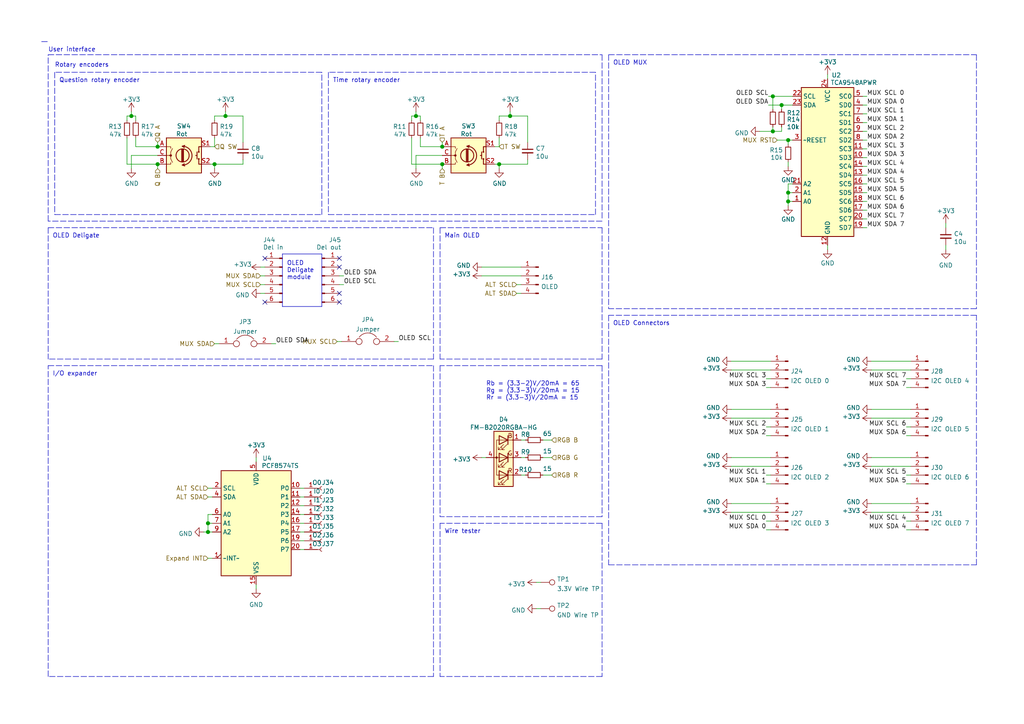
<source format=kicad_sch>
(kicad_sch (version 20210621) (generator eeschema)
  (paper "A4")
  (lib_symbols
    (symbol "Connector:Conn_01x01_Female" (pin_names (offset 1.016) hide)
      (property "Reference" "J" (at 0 2.54 0))
      (property "Value" "Conn_01x01_Female" (at 0 -2.54 0))
      (symbol "Conn_01x01_Female_1_1"
        (arc (start 0 0.508) (end 0 -0.508) (radius (at 0 0) (length 0.508) (angles 90.1 -90.1)) (stroke (width 0.1524)))
        (polyline (pts (xy -1.27 0) (xy -0.508 0)) (stroke (width 0.1524)))
        (pin passive line (at -5.08 0 0) (length 3.81) (name "Pin_1") (number "1"))
      )
    )
    (symbol "Connector:Conn_01x04_Male" (pin_names (offset 1.016) hide)
      (property "Reference" "J" (at 0 5.08 0))
      (property "Value" "Conn_01x04_Male" (at 0 -7.62 0))
      (symbol "Conn_01x04_Male_1_1"
        (rectangle (start 0.8636 -4.953) (end 0 -5.207) (stroke (width 0.1524)) (fill (type outline)))
        (rectangle (start 0.8636 -2.413) (end 0 -2.667) (stroke (width 0.1524)) (fill (type outline)))
        (rectangle (start 0.8636 0.127) (end 0 -0.127) (stroke (width 0.1524)) (fill (type outline)))
        (rectangle (start 0.8636 2.667) (end 0 2.413) (stroke (width 0.1524)) (fill (type outline)))
        (polyline (pts (xy 1.27 -5.08) (xy 0.8636 -5.08)) (stroke (width 0.1524)))
        (polyline (pts (xy 1.27 -2.54) (xy 0.8636 -2.54)) (stroke (width 0.1524)))
        (polyline (pts (xy 1.27 0) (xy 0.8636 0)) (stroke (width 0.1524)))
        (polyline (pts (xy 1.27 2.54) (xy 0.8636 2.54)) (stroke (width 0.1524)))
        (pin passive line (at 5.08 2.54 180) (length 3.81) (name "Pin_1") (number "1"))
        (pin passive line (at 5.08 0 180) (length 3.81) (name "Pin_2") (number "2"))
        (pin passive line (at 5.08 -2.54 180) (length 3.81) (name "Pin_3") (number "3"))
        (pin passive line (at 5.08 -5.08 180) (length 3.81) (name "Pin_4") (number "4"))
      )
    )
    (symbol "Connector:Conn_01x06_Male" (pin_names (offset 1.016) hide)
      (property "Reference" "J" (at 0 7.62 0))
      (property "Value" "Conn_01x06_Male" (at 0 -10.16 0))
      (symbol "Conn_01x06_Male_1_1"
        (rectangle (start 0.8636 -7.493) (end 0 -7.747) (stroke (width 0.1524)) (fill (type outline)))
        (rectangle (start 0.8636 -4.953) (end 0 -5.207) (stroke (width 0.1524)) (fill (type outline)))
        (rectangle (start 0.8636 -2.413) (end 0 -2.667) (stroke (width 0.1524)) (fill (type outline)))
        (rectangle (start 0.8636 0.127) (end 0 -0.127) (stroke (width 0.1524)) (fill (type outline)))
        (rectangle (start 0.8636 2.667) (end 0 2.413) (stroke (width 0.1524)) (fill (type outline)))
        (rectangle (start 0.8636 5.207) (end 0 4.953) (stroke (width 0.1524)) (fill (type outline)))
        (polyline (pts (xy 1.27 -7.62) (xy 0.8636 -7.62)) (stroke (width 0.1524)))
        (polyline (pts (xy 1.27 -5.08) (xy 0.8636 -5.08)) (stroke (width 0.1524)))
        (polyline (pts (xy 1.27 -2.54) (xy 0.8636 -2.54)) (stroke (width 0.1524)))
        (polyline (pts (xy 1.27 0) (xy 0.8636 0)) (stroke (width 0.1524)))
        (polyline (pts (xy 1.27 2.54) (xy 0.8636 2.54)) (stroke (width 0.1524)))
        (polyline (pts (xy 1.27 5.08) (xy 0.8636 5.08)) (stroke (width 0.1524)))
        (pin passive line (at 5.08 5.08 180) (length 3.81) (name "Pin_1") (number "1"))
        (pin passive line (at 5.08 2.54 180) (length 3.81) (name "Pin_2") (number "2"))
        (pin passive line (at 5.08 0 180) (length 3.81) (name "Pin_3") (number "3"))
        (pin passive line (at 5.08 -2.54 180) (length 3.81) (name "Pin_4") (number "4"))
        (pin passive line (at 5.08 -5.08 180) (length 3.81) (name "Pin_5") (number "5"))
        (pin passive line (at 5.08 -7.62 180) (length 3.81) (name "Pin_6") (number "6"))
      )
    )
    (symbol "Connector:TestPoint" (pin_numbers hide) (pin_names (offset 0.762) hide)
      (property "Reference" "TP" (at 0 6.858 0))
      (property "Value" "TestPoint" (at 0 5.08 0))
      (symbol "TestPoint_0_1"
        (circle (center 0 3.302) (radius 0.762))
      )
      (symbol "TestPoint_1_1"
        (pin passive line (at 0 0 90) (length 2.54) (name "1") (number "1"))
      )
    )
    (symbol "Device:C_Small" (pin_numbers hide) (pin_names (offset 0.254) hide)
      (property "Reference" "C" (at 0.254 1.778 0))
      (property "Value" "C_Small" (at 0.254 -2.032 0))
      (symbol "C_Small_0_1"
        (polyline (pts (xy -1.524 -0.508) (xy 1.524 -0.508)) (stroke (width 0.3302)))
        (polyline (pts (xy -1.524 0.508) (xy 1.524 0.508)) (stroke (width 0.3048)))
      )
      (symbol "C_Small_1_1"
        (pin passive line (at 0 2.54 270) (length 2.032) (name "~") (number "1"))
        (pin passive line (at 0 -2.54 90) (length 2.032) (name "~") (number "2"))
      )
    )
    (symbol "Device:Jumper" (pin_names (offset 0.762) hide)
      (property "Reference" "JP" (at 0 3.81 0))
      (property "Value" "Jumper" (at 0 -2.032 0))
      (symbol "Jumper_0_1"
        (arc (start -2.4892 1.27) (end 2.5146 1.27) (radius (at 0 -0.6604) (length 3.175) (angles 142.6 37.3)))
        (circle (center -2.54 0) (radius 0.889))
        (circle (center 2.54 0) (radius 0.889))
        (pin passive line (at -7.62 0 0) (length 4.191) (name "1") (number "1"))
        (pin passive line (at 7.62 0 180) (length 4.191) (name "2") (number "2"))
      )
    )
    (symbol "Device:LED_BRGA" (pin_names (offset 0) hide)
      (property "Reference" "D" (at 0 9.398 0))
      (property "Value" "LED_BRGA" (at 0 -8.89 0))
      (symbol "LED_BRGA_0_0"
        (text "B" (at -1.905 -6.35 0) (effects (font (size 1.27 1.27))))
        (text "G" (at -1.905 -1.27 0) (effects (font (size 1.27 1.27))))
        (text "R" (at -1.905 3.81 0) (effects (font (size 1.27 1.27))))
      )
      (symbol "LED_BRGA_0_1"
        (circle (center 2.032 0) (radius 0.254) (fill (type outline)))
        (rectangle (start 1.27 -1.27) (end 1.27 1.27))
        (rectangle (start 1.27 1.27) (end 1.27 1.27))
        (rectangle (start 1.27 3.81) (end 1.27 6.35))
        (rectangle (start 1.27 6.35) (end 1.27 6.35))
        (rectangle (start 2.794 8.382) (end -2.794 -7.62) (stroke (width 0.254)) (fill (type background)))
        (polyline (pts (xy -1.27 -5.08) (xy -2.54 -5.08)))
        (polyline (pts (xy -1.27 -5.08) (xy 1.27 -5.08)))
        (polyline (pts (xy -1.27 -3.81) (xy -1.27 -6.35)) (stroke (width 0.254)))
        (polyline (pts (xy -1.27 0) (xy -2.54 0)))
        (polyline (pts (xy -1.27 1.27) (xy -1.27 -1.27)) (stroke (width 0.254)))
        (polyline (pts (xy -1.27 5.08) (xy -2.54 5.08)))
        (polyline (pts (xy -1.27 5.08) (xy 1.27 5.08)))
        (polyline (pts (xy -1.27 6.35) (xy -1.27 3.81)) (stroke (width 0.254)))
        (polyline (pts (xy 1.27 0) (xy -1.27 0)))
        (polyline (pts (xy 1.27 0) (xy 2.54 0)))
        (polyline (pts (xy -1.27 1.27) (xy -1.27 -1.27) (xy -1.27 -1.27)))
        (polyline (pts (xy -1.27 6.35) (xy -1.27 3.81) (xy -1.27 3.81)))
        (polyline (pts (xy 1.27 -5.08) (xy 2.032 -5.08) (xy 2.032 5.08) (xy 1.27 5.08)))
        (polyline (pts (xy 1.27 -3.81) (xy 1.27 -6.35) (xy -1.27 -5.08) (xy 1.27 -3.81)) (stroke (width 0.254)))
        (polyline (pts (xy 1.27 1.27) (xy 1.27 -1.27) (xy -1.27 0) (xy 1.27 1.27)) (stroke (width 0.254)))
        (polyline (pts (xy 1.27 6.35) (xy 1.27 3.81) (xy -1.27 5.08) (xy 1.27 6.35)) (stroke (width 0.254)))
        (polyline (pts (xy -1.016 -3.81) (xy 0.508 -2.286) (xy -0.254 -2.286) (xy 0.508 -2.286) (xy 0.508 -3.048)))
        (polyline (pts (xy -1.016 1.27) (xy 0.508 2.794) (xy -0.254 2.794) (xy 0.508 2.794) (xy 0.508 2.032)))
        (polyline (pts (xy -1.016 6.35) (xy 0.508 7.874) (xy -0.254 7.874) (xy 0.508 7.874) (xy 0.508 7.112)))
        (polyline (pts (xy 0 -3.81) (xy 1.524 -2.286) (xy 0.762 -2.286) (xy 1.524 -2.286) (xy 1.524 -3.048)))
        (polyline (pts (xy 0 1.27) (xy 1.524 2.794) (xy 0.762 2.794) (xy 1.524 2.794) (xy 1.524 2.032)))
        (polyline (pts (xy 0 6.35) (xy 1.524 7.874) (xy 0.762 7.874) (xy 1.524 7.874) (xy 1.524 7.112)))
      )
      (symbol "LED_BRGA_1_1"
        (pin passive line (at -5.08 -5.08 0) (length 2.54) (name "BK") (number "1"))
        (pin passive line (at -5.08 5.08 0) (length 2.54) (name "RK") (number "2"))
        (pin passive line (at -5.08 0 0) (length 2.54) (name "GK") (number "3"))
        (pin passive line (at 5.08 0 180) (length 2.54) (name "A") (number "4"))
      )
    )
    (symbol "Device:R_Small" (pin_numbers hide) (pin_names (offset 0.254) hide)
      (property "Reference" "R" (at 0.762 0.508 0))
      (property "Value" "R_Small" (at 0.762 -1.016 0))
      (symbol "R_Small_0_1"
        (rectangle (start -0.762 1.778) (end 0.762 -1.778) (stroke (width 0.2032)))
      )
      (symbol "R_Small_1_1"
        (pin passive line (at 0 2.54 270) (length 0.762) (name "~") (number "1"))
        (pin passive line (at 0 -2.54 90) (length 0.762) (name "~") (number "2"))
      )
    )
    (symbol "Device:Rotary_Encoder_Switch" (pin_names (offset 0.254) hide)
      (property "Reference" "SW" (at 0 6.604 0))
      (property "Value" "Rotary_Encoder_Switch" (at 0 -6.604 0))
      (symbol "Rotary_Encoder_Switch_0_1"
        (arc (start -0.381 -2.794) (end -0.381 2.667) (radius (at -0.381 -0.0508) (length 2.7432) (angles -89.9 89.9)) (stroke (width 0.254)))
        (circle (center -0.381 0) (radius 1.905) (stroke (width 0.254)))
        (circle (center 4.318 -1.016) (radius 0.127) (stroke (width 0.254)))
        (circle (center 4.318 1.016) (radius 0.127) (stroke (width 0.254)))
        (circle (center -3.81 0) (radius 0.254) (fill (type outline)))
        (rectangle (start -5.08 5.08) (end 5.08 -5.08) (stroke (width 0.254)) (fill (type background)))
        (polyline (pts (xy -0.635 -1.778) (xy -0.635 1.778)) (stroke (width 0.254)))
        (polyline (pts (xy -0.381 -1.778) (xy -0.381 1.778)) (stroke (width 0.254)))
        (polyline (pts (xy -0.127 1.778) (xy -0.127 -1.778)) (stroke (width 0.254)))
        (polyline (pts (xy 3.81 0) (xy 3.429 0)) (stroke (width 0.254)))
        (polyline (pts (xy 3.81 1.016) (xy 3.81 -1.016)) (stroke (width 0.254)))
        (polyline (pts (xy -5.08 -2.54) (xy -3.81 -2.54) (xy -3.81 -2.032)))
        (polyline (pts (xy -5.08 2.54) (xy -3.81 2.54) (xy -3.81 2.032)))
        (polyline (pts (xy 0.254 -3.048) (xy -0.508 -2.794) (xy 0.127 -2.413)) (stroke (width 0.254)))
        (polyline (pts (xy 0.254 2.921) (xy -0.508 2.667) (xy 0.127 2.286)) (stroke (width 0.254)))
        (polyline (pts (xy 5.08 -2.54) (xy 4.318 -2.54) (xy 4.318 -1.016)) (stroke (width 0.254)))
        (polyline (pts (xy 5.08 2.54) (xy 4.318 2.54) (xy 4.318 1.016)) (stroke (width 0.254)))
        (polyline (pts (xy -5.08 0) (xy -3.81 0) (xy -3.81 -1.016) (xy -3.302 -2.032)))
        (polyline (pts (xy -4.318 0) (xy -3.81 0) (xy -3.81 1.016) (xy -3.302 2.032)))
      )
      (symbol "Rotary_Encoder_Switch_1_1"
        (pin passive line (at -7.62 2.54 0) (length 2.54) (name "A") (number "A"))
        (pin passive line (at -7.62 -2.54 0) (length 2.54) (name "B") (number "B"))
        (pin passive line (at -7.62 0 0) (length 2.54) (name "C") (number "C"))
        (pin passive line (at 7.62 2.54 180) (length 2.54) (name "S1") (number "S1"))
        (pin passive line (at 7.62 -2.54 180) (length 2.54) (name "S2") (number "S2"))
      )
    )
    (symbol "Interface_Expansion:PCF8574TS"
      (property "Reference" "U" (at -8.89 16.51 0))
      (property "Value" "PCF8574TS" (at 3.81 16.51 0))
      (symbol "PCF8574TS_0_1"
        (rectangle (start -10.16 15.24) (end 10.16 -15.24) (stroke (width 0.254)) (fill (type background)))
      )
      (symbol "PCF8574TS_1_1"
        (pin open_collector output_low (at -12.7 -10.16 0) (length 2.54) (name "~INT~") (number "1"))
        (pin bidirectional line (at 12.7 10.16 180) (length 2.54) (name "P0") (number "10"))
        (pin bidirectional line (at 12.7 7.62 180) (length 2.54) (name "P1") (number "11"))
        (pin bidirectional line (at 12.7 5.08 180) (length 2.54) (name "P2") (number "12"))
        (pin no_connect line (at -10.16 -5.08 0) (length 2.54) hide (name "NC") (number "13"))
        (pin bidirectional line (at 12.7 2.54 180) (length 2.54) (name "P3") (number "14"))
        (pin power_in line (at 0 -17.78 90) (length 2.54) (name "VSS") (number "15"))
        (pin bidirectional line (at 12.7 0 180) (length 2.54) (name "P4") (number "16"))
        (pin bidirectional line (at 12.7 -2.54 180) (length 2.54) (name "P5") (number "17"))
        (pin no_connect line (at -10.16 -7.62 0) (length 2.54) hide (name "NC") (number "18"))
        (pin bidirectional line (at 12.7 -5.08 180) (length 2.54) (name "P6") (number "19"))
        (pin input line (at -12.7 10.16 0) (length 2.54) (name "SCL") (number "2"))
        (pin bidirectional line (at 12.7 -7.62 180) (length 2.54) (name "P7") (number "20"))
        (pin no_connect line (at 10.16 -10.16 180) (length 2.54) hide (name "NC") (number "3"))
        (pin bidirectional line (at -12.7 7.62 0) (length 2.54) (name "SDA") (number "4"))
        (pin power_in line (at 0 17.78 270) (length 2.54) (name "VDD") (number "5"))
        (pin input line (at -12.7 2.54 0) (length 2.54) (name "A0") (number "6"))
        (pin input line (at -12.7 0 0) (length 2.54) (name "A1") (number "7"))
        (pin no_connect line (at 10.16 -12.7 180) (length 2.54) hide (name "NC") (number "8"))
        (pin input line (at -12.7 -2.54 0) (length 2.54) (name "A2") (number "9"))
      )
    )
    (symbol "Interface_Expansion:TCA9548APWR"
      (property "Reference" "U" (at -7.62 21.59 0))
      (property "Value" "TCA9548APWR" (at 1.016 21.59 0))
      (symbol "TCA9548APWR_0_1"
        (rectangle (start -7.62 20.32) (end 7.62 -22.86) (stroke (width 0.254)) (fill (type background)))
      )
      (symbol "TCA9548APWR_1_1"
        (pin input line (at -10.16 -12.7 0) (length 2.54) (name "A0") (number "1"))
        (pin bidirectional line (at 10.16 0 180) (length 2.54) (name "SD3") (number "10"))
        (pin output line (at 10.16 2.54 180) (length 2.54) (name "SC3") (number "11"))
        (pin power_in line (at 0 -25.4 90) (length 2.54) (name "GND") (number "12"))
        (pin bidirectional line (at 10.16 -5.08 180) (length 2.54) (name "SD4") (number "13"))
        (pin output line (at 10.16 -2.54 180) (length 2.54) (name "SC4") (number "14"))
        (pin bidirectional line (at 10.16 -10.16 180) (length 2.54) (name "SD5") (number "15"))
        (pin output line (at 10.16 -7.62 180) (length 2.54) (name "SC5") (number "16"))
        (pin bidirectional line (at 10.16 -15.24 180) (length 2.54) (name "SD6") (number "17"))
        (pin output line (at 10.16 -12.7 180) (length 2.54) (name "SC6") (number "18"))
        (pin bidirectional line (at 10.16 -20.32 180) (length 2.54) (name "SD7") (number "19"))
        (pin input line (at -10.16 -10.16 0) (length 2.54) (name "A1") (number "2"))
        (pin output line (at 10.16 -17.78 180) (length 2.54) (name "SC7") (number "20"))
        (pin input line (at -10.16 -7.62 0) (length 2.54) (name "A2") (number "21"))
        (pin input line (at -10.16 17.78 0) (length 2.54) (name "SCL") (number "22"))
        (pin bidirectional line (at -10.16 15.24 0) (length 2.54) (name "SDA") (number "23"))
        (pin power_in line (at 0 22.86 270) (length 2.54) (name "VCC") (number "24"))
        (pin input line (at -10.16 5.08 0) (length 2.54) (name "~RESET") (number "3"))
        (pin bidirectional line (at 10.16 15.24 180) (length 2.54) (name "SD0") (number "4"))
        (pin output line (at 10.16 17.78 180) (length 2.54) (name "SC0") (number "5"))
        (pin bidirectional line (at 10.16 10.16 180) (length 2.54) (name "SD1") (number "6"))
        (pin output line (at 10.16 12.7 180) (length 2.54) (name "SC1") (number "7"))
        (pin bidirectional line (at 10.16 5.08 180) (length 2.54) (name "SD2") (number "8"))
        (pin output line (at 10.16 7.62 180) (length 2.54) (name "SC2") (number "9"))
      )
    )
    (symbol "power:+3.3V" (power) (pin_names (offset 0))
      (property "Value" "+3.3V" (at 0 3.556 0))
      (symbol "+3.3V_0_1"
        (polyline (pts (xy -0.762 1.27) (xy 0 2.54)))
        (polyline (pts (xy 0 0) (xy 0 2.54)))
        (polyline (pts (xy 0 2.54) (xy 0.762 1.27)))
      )
      (symbol "+3.3V_1_1"
        (pin power_in line (at 0 0 90) (length 0) hide (name "+3V3") (number "1"))
      )
    )
    (symbol "power:GND" (power) (pin_names (offset 0))
      (property "Value" "GND" (at 0 -3.81 0))
      (symbol "GND_0_1"
        (polyline (pts (xy 0 0) (xy 0 -1.27) (xy 1.27 -1.27) (xy 0 -2.54) (xy -1.27 -1.27) (xy 0 -1.27)))
      )
      (symbol "GND_1_1"
        (pin power_in line (at 0 0 270) (length 0) hide (name "GND") (number "1"))
      )
    )
  )
  (junction (at 38.1 33.655) (diameter 1.016))
  (junction (at 45.72 42.545) (diameter 1.016))
  (junction (at 45.72 47.625) (diameter 1.016))
  (junction (at 60.325 151.765) (diameter 1.016))
  (junction (at 60.325 154.305) (diameter 1.016))
  (junction (at 62.23 47.625) (diameter 1.016))
  (junction (at 65.405 33.655) (diameter 1.016))
  (junction (at 120.65 33.655) (diameter 1.016))
  (junction (at 128.27 42.545) (diameter 1.016))
  (junction (at 128.27 47.625) (diameter 1.016))
  (junction (at 144.78 47.625) (diameter 1.016))
  (junction (at 147.955 33.655) (diameter 1.016))
  (junction (at 224.155 27.94) (diameter 1.016))
  (junction (at 224.155 38.1) (diameter 1.016))
  (junction (at 226.695 30.48) (diameter 1.016))
  (junction (at 228.6 40.64) (diameter 1.016))
  (junction (at 228.6 55.88) (diameter 1.016))
  (junction (at 228.6 58.42) (diameter 1.016))
  (no_connect (at 76.835 74.93))
  (no_connect (at 76.835 87.63))
  (no_connect (at 98.425 74.93))
  (no_connect (at 98.425 77.47))
  (no_connect (at 98.425 85.09))
  (no_connect (at 98.425 87.63))
  (wire (pts (xy 36.83 33.655) (xy 38.1 33.655)))
  (wire (pts (xy 36.83 34.925) (xy 36.83 33.655)))
  (wire (pts (xy 36.83 47.625) (xy 36.83 40.005)))
  (wire (pts (xy 38.1 32.385) (xy 38.1 33.655)))
  (wire (pts (xy 38.1 33.655) (xy 39.37 33.655)))
  (wire (pts (xy 38.1 45.085) (xy 38.1 48.895)))
  (wire (pts (xy 39.37 33.655) (xy 39.37 34.925)))
  (wire (pts (xy 39.37 42.545) (xy 39.37 40.005)))
  (wire (pts (xy 45.72 41.275) (xy 45.72 42.545)))
  (wire (pts (xy 45.72 42.545) (xy 39.37 42.545)))
  (wire (pts (xy 45.72 45.085) (xy 38.1 45.085)))
  (wire (pts (xy 45.72 47.625) (xy 36.83 47.625)))
  (wire (pts (xy 45.72 47.625) (xy 45.72 48.895)))
  (wire (pts (xy 60.325 141.605) (xy 61.595 141.605)))
  (wire (pts (xy 60.325 144.145) (xy 61.595 144.145)))
  (wire (pts (xy 60.325 149.225) (xy 60.325 151.765)))
  (wire (pts (xy 60.325 151.765) (xy 60.325 154.305)))
  (wire (pts (xy 60.325 151.765) (xy 61.595 151.765)))
  (wire (pts (xy 60.325 154.305) (xy 59.055 154.305)))
  (wire (pts (xy 60.325 154.305) (xy 61.595 154.305)))
  (wire (pts (xy 60.325 161.925) (xy 61.595 161.925)))
  (wire (pts (xy 60.96 42.545) (xy 62.23 42.545)))
  (wire (pts (xy 60.96 47.625) (xy 62.23 47.625)))
  (wire (pts (xy 61.595 149.225) (xy 60.325 149.225)))
  (wire (pts (xy 62.23 33.655) (xy 62.23 34.925)))
  (wire (pts (xy 62.23 40.005) (xy 62.23 42.545)))
  (wire (pts (xy 62.23 47.625) (xy 62.23 48.895)))
  (wire (pts (xy 62.23 47.625) (xy 70.485 47.625)))
  (wire (pts (xy 62.23 99.695) (xy 63.5 99.695)))
  (wire (pts (xy 65.405 32.385) (xy 65.405 33.655)))
  (wire (pts (xy 65.405 33.655) (xy 62.23 33.655)))
  (wire (pts (xy 70.485 33.655) (xy 65.405 33.655)))
  (wire (pts (xy 70.485 33.655) (xy 70.485 41.275)))
  (wire (pts (xy 70.485 47.625) (xy 70.485 46.355)))
  (wire (pts (xy 74.295 132.715) (xy 74.295 133.985)))
  (wire (pts (xy 74.295 169.545) (xy 74.295 170.815)))
  (wire (pts (xy 75.565 77.47) (xy 76.835 77.47)))
  (wire (pts (xy 75.565 80.01) (xy 76.835 80.01)))
  (wire (pts (xy 75.565 82.55) (xy 76.835 82.55)))
  (wire (pts (xy 75.565 85.09) (xy 76.835 85.09)))
  (wire (pts (xy 78.74 99.695) (xy 80.01 99.695)))
  (wire (pts (xy 86.995 141.605) (xy 88.265 141.605)))
  (wire (pts (xy 86.995 144.145) (xy 88.265 144.145)))
  (wire (pts (xy 86.995 146.685) (xy 88.265 146.685)))
  (wire (pts (xy 86.995 149.225) (xy 88.265 149.225)))
  (wire (pts (xy 86.995 151.765) (xy 88.265 151.765)))
  (wire (pts (xy 86.995 154.305) (xy 88.265 154.305)))
  (wire (pts (xy 86.995 156.845) (xy 88.265 156.845)))
  (wire (pts (xy 86.995 159.385) (xy 88.265 159.385)))
  (wire (pts (xy 97.79 99.06) (xy 99.06 99.06)))
  (wire (pts (xy 98.425 80.01) (xy 99.695 80.01)))
  (wire (pts (xy 98.425 82.55) (xy 99.695 82.55)))
  (wire (pts (xy 114.3 99.06) (xy 115.57 99.06)))
  (wire (pts (xy 119.38 33.655) (xy 120.65 33.655)))
  (wire (pts (xy 119.38 34.925) (xy 119.38 33.655)))
  (wire (pts (xy 119.38 47.625) (xy 119.38 40.005)))
  (wire (pts (xy 120.65 32.385) (xy 120.65 33.655)))
  (wire (pts (xy 120.65 33.655) (xy 121.92 33.655)))
  (wire (pts (xy 120.65 45.085) (xy 120.65 48.895)))
  (wire (pts (xy 121.92 33.655) (xy 121.92 34.925)))
  (wire (pts (xy 121.92 42.545) (xy 121.92 40.005)))
  (wire (pts (xy 128.27 41.275) (xy 128.27 42.545)))
  (wire (pts (xy 128.27 42.545) (xy 121.92 42.545)))
  (wire (pts (xy 128.27 45.085) (xy 120.65 45.085)))
  (wire (pts (xy 128.27 47.625) (xy 119.38 47.625)))
  (wire (pts (xy 128.27 47.625) (xy 128.27 48.895)))
  (wire (pts (xy 139.7 77.47) (xy 151.13 77.47)))
  (wire (pts (xy 139.7 80.01) (xy 151.13 80.01)))
  (wire (pts (xy 139.7 132.715) (xy 140.97 132.715)))
  (wire (pts (xy 143.51 42.545) (xy 144.78 42.545)))
  (wire (pts (xy 143.51 47.625) (xy 144.78 47.625)))
  (wire (pts (xy 144.78 33.655) (xy 144.78 34.925)))
  (wire (pts (xy 144.78 40.005) (xy 144.78 42.545)))
  (wire (pts (xy 144.78 47.625) (xy 144.78 48.895)))
  (wire (pts (xy 144.78 47.625) (xy 153.035 47.625)))
  (wire (pts (xy 147.955 32.385) (xy 147.955 33.655)))
  (wire (pts (xy 147.955 33.655) (xy 144.78 33.655)))
  (wire (pts (xy 149.86 82.55) (xy 151.13 82.55)))
  (wire (pts (xy 149.86 85.09) (xy 151.13 85.09)))
  (wire (pts (xy 151.13 127.635) (xy 152.4 127.635)))
  (wire (pts (xy 151.13 132.715) (xy 152.4 132.715)))
  (wire (pts (xy 151.13 137.795) (xy 152.4 137.795)))
  (wire (pts (xy 153.035 33.655) (xy 147.955 33.655)))
  (wire (pts (xy 153.035 33.655) (xy 153.035 41.275)))
  (wire (pts (xy 153.035 47.625) (xy 153.035 46.355)))
  (wire (pts (xy 155.575 176.53) (xy 156.845 176.53)))
  (wire (pts (xy 156.845 168.91) (xy 155.575 168.91)))
  (wire (pts (xy 157.48 127.635) (xy 160.02 127.635)))
  (wire (pts (xy 157.48 132.715) (xy 160.02 132.715)))
  (wire (pts (xy 157.48 137.795) (xy 160.02 137.795)))
  (wire (pts (xy 212.09 104.775) (xy 223.52 104.775)))
  (wire (pts (xy 212.09 107.315) (xy 223.52 107.315)))
  (wire (pts (xy 212.09 118.745) (xy 223.52 118.745)))
  (wire (pts (xy 212.09 121.285) (xy 223.52 121.285)))
  (wire (pts (xy 212.09 132.715) (xy 223.52 132.715)))
  (wire (pts (xy 212.09 135.255) (xy 223.52 135.255)))
  (wire (pts (xy 212.09 146.05) (xy 223.52 146.05)))
  (wire (pts (xy 212.09 148.59) (xy 223.52 148.59)))
  (wire (pts (xy 220.345 38.1) (xy 224.155 38.1)))
  (wire (pts (xy 222.25 109.855) (xy 223.52 109.855)))
  (wire (pts (xy 222.25 112.395) (xy 223.52 112.395)))
  (wire (pts (xy 222.25 123.825) (xy 223.52 123.825)))
  (wire (pts (xy 222.25 126.365) (xy 223.52 126.365)))
  (wire (pts (xy 222.25 137.795) (xy 223.52 137.795)))
  (wire (pts (xy 222.25 140.335) (xy 223.52 140.335)))
  (wire (pts (xy 222.25 151.13) (xy 223.52 151.13)))
  (wire (pts (xy 222.25 153.67) (xy 223.52 153.67)))
  (wire (pts (xy 222.885 27.94) (xy 224.155 27.94)))
  (wire (pts (xy 222.885 30.48) (xy 226.695 30.48)))
  (wire (pts (xy 224.155 27.94) (xy 224.155 31.75)))
  (wire (pts (xy 224.155 27.94) (xy 229.87 27.94)))
  (wire (pts (xy 224.155 36.83) (xy 224.155 38.1)))
  (wire (pts (xy 224.155 38.1) (xy 226.695 38.1)))
  (wire (pts (xy 225.425 40.64) (xy 228.6 40.64)))
  (wire (pts (xy 226.695 30.48) (xy 226.695 31.75)))
  (wire (pts (xy 226.695 30.48) (xy 229.87 30.48)))
  (wire (pts (xy 226.695 38.1) (xy 226.695 36.83)))
  (wire (pts (xy 228.6 40.64) (xy 228.6 41.91)))
  (wire (pts (xy 228.6 40.64) (xy 229.87 40.64)))
  (wire (pts (xy 228.6 46.99) (xy 228.6 48.26)))
  (wire (pts (xy 228.6 53.34) (xy 228.6 55.88)))
  (wire (pts (xy 228.6 55.88) (xy 228.6 58.42)))
  (wire (pts (xy 228.6 55.88) (xy 229.87 55.88)))
  (wire (pts (xy 228.6 58.42) (xy 228.6 59.69)))
  (wire (pts (xy 228.6 58.42) (xy 229.87 58.42)))
  (wire (pts (xy 229.87 53.34) (xy 228.6 53.34)))
  (wire (pts (xy 240.03 21.59) (xy 240.03 22.86)))
  (wire (pts (xy 240.03 71.12) (xy 240.03 72.39)))
  (wire (pts (xy 250.19 38.1) (xy 251.46 38.1)))
  (wire (pts (xy 250.19 40.64) (xy 251.46 40.64)))
  (wire (pts (xy 250.19 43.18) (xy 251.46 43.18)))
  (wire (pts (xy 250.19 45.72) (xy 251.46 45.72)))
  (wire (pts (xy 250.19 48.26) (xy 251.46 48.26)))
  (wire (pts (xy 250.19 50.8) (xy 251.46 50.8)))
  (wire (pts (xy 250.19 53.34) (xy 251.46 53.34)))
  (wire (pts (xy 250.19 55.88) (xy 251.46 55.88)))
  (wire (pts (xy 250.19 58.42) (xy 251.46 58.42)))
  (wire (pts (xy 250.19 60.96) (xy 251.46 60.96)))
  (wire (pts (xy 250.19 63.5) (xy 251.46 63.5)))
  (wire (pts (xy 250.19 66.04) (xy 251.46 66.04)))
  (wire (pts (xy 251.46 27.94) (xy 250.19 27.94)))
  (wire (pts (xy 251.46 30.48) (xy 250.19 30.48)))
  (wire (pts (xy 251.46 33.02) (xy 250.19 33.02)))
  (wire (pts (xy 251.46 35.56) (xy 250.19 35.56)))
  (wire (pts (xy 252.73 104.775) (xy 264.16 104.775)))
  (wire (pts (xy 252.73 107.315) (xy 264.16 107.315)))
  (wire (pts (xy 252.73 118.745) (xy 264.16 118.745)))
  (wire (pts (xy 252.73 121.285) (xy 264.16 121.285)))
  (wire (pts (xy 252.73 132.715) (xy 264.16 132.715)))
  (wire (pts (xy 252.73 135.255) (xy 264.16 135.255)))
  (wire (pts (xy 252.73 146.05) (xy 264.16 146.05)))
  (wire (pts (xy 252.73 148.59) (xy 264.16 148.59)))
  (wire (pts (xy 262.89 109.855) (xy 264.16 109.855)))
  (wire (pts (xy 262.89 112.395) (xy 264.16 112.395)))
  (wire (pts (xy 262.89 123.825) (xy 264.16 123.825)))
  (wire (pts (xy 262.89 126.365) (xy 264.16 126.365)))
  (wire (pts (xy 262.89 137.795) (xy 264.16 137.795)))
  (wire (pts (xy 262.89 140.335) (xy 264.16 140.335)))
  (wire (pts (xy 262.89 151.13) (xy 264.16 151.13)))
  (wire (pts (xy 262.89 153.67) (xy 264.16 153.67)))
  (wire (pts (xy 274.32 64.77) (xy 274.32 66.04)))
  (wire (pts (xy 274.32 71.12) (xy 274.32 72.39)))
  (polyline (pts (xy 12.065 12.065) (xy 13.97 12.065)) (stroke (width 0) (type dash)))
  (polyline (pts (xy 13.97 15.875) (xy 174.625 15.875)) (stroke (width 0) (type dash)))
  (polyline (pts (xy 13.97 64.135) (xy 13.97 15.875)) (stroke (width 0) (type dash)))
  (polyline (pts (xy 13.97 66.04) (xy 13.97 104.14)) (stroke (width 0) (type dash)))
  (polyline (pts (xy 13.97 66.04) (xy 125.73 66.04)) (stroke (width 0) (type dash)))
  (polyline (pts (xy 13.97 106.045) (xy 125.73 106.045)) (stroke (width 0) (type dash)))
  (polyline (pts (xy 13.97 196.215) (xy 13.97 106.045)) (stroke (width 0) (type dash)))
  (polyline (pts (xy 15.875 20.955) (xy 15.875 62.23)) (stroke (width 0) (type dash)))
  (polyline (pts (xy 15.875 62.23) (xy 93.345 62.23)) (stroke (width 0) (type dash)))
  (polyline (pts (xy 81.915 73.66) (xy 81.915 88.9)) (stroke (width 0) (type solid)))
  (polyline (pts (xy 81.915 73.66) (xy 93.345 73.66)) (stroke (width 0) (type solid)))
  (polyline (pts (xy 81.915 88.9) (xy 93.345 88.9)) (stroke (width 0) (type solid)))
  (polyline (pts (xy 93.345 20.955) (xy 15.875 20.955)) (stroke (width 0) (type dash)))
  (polyline (pts (xy 93.345 62.23) (xy 93.345 20.955)) (stroke (width 0) (type dash)))
  (polyline (pts (xy 93.345 88.9) (xy 93.345 73.66)) (stroke (width 0) (type solid)))
  (polyline (pts (xy 95.25 20.955) (xy 95.25 62.23)) (stroke (width 0) (type dash)))
  (polyline (pts (xy 95.25 62.23) (xy 172.72 62.23)) (stroke (width 0) (type dash)))
  (polyline (pts (xy 125.73 66.04) (xy 125.73 104.14)) (stroke (width 0) (type dash)))
  (polyline (pts (xy 125.73 104.14) (xy 13.97 104.14)) (stroke (width 0) (type dash)))
  (polyline (pts (xy 125.73 106.045) (xy 125.73 196.215)) (stroke (width 0) (type dash)))
  (polyline (pts (xy 125.73 196.215) (xy 13.97 196.215)) (stroke (width 0) (type dash)))
  (polyline (pts (xy 127.635 66.04) (xy 127.635 104.14)) (stroke (width 0) (type dash)))
  (polyline (pts (xy 127.635 66.04) (xy 174.625 66.04)) (stroke (width 0) (type dash)))
  (polyline (pts (xy 127.635 106.045) (xy 127.635 149.86)) (stroke (width 0) (type dash)))
  (polyline (pts (xy 127.635 151.765) (xy 127.635 196.215)) (stroke (width 0) (type dash)))
  (polyline (pts (xy 172.72 20.955) (xy 95.25 20.955)) (stroke (width 0) (type dash)))
  (polyline (pts (xy 172.72 62.23) (xy 172.72 20.955)) (stroke (width 0) (type dash)))
  (polyline (pts (xy 174.625 15.875) (xy 174.625 63.5)) (stroke (width 0) (type dash)))
  (polyline (pts (xy 174.625 64.135) (xy 13.97 64.135)) (stroke (width 0) (type dash)))
  (polyline (pts (xy 174.625 66.04) (xy 174.625 104.14)) (stroke (width 0) (type dash)))
  (polyline (pts (xy 174.625 104.14) (xy 127.635 104.14)) (stroke (width 0) (type dash)))
  (polyline (pts (xy 174.625 106.045) (xy 127.635 106.045)) (stroke (width 0) (type dash)))
  (polyline (pts (xy 174.625 106.045) (xy 174.625 149.86)) (stroke (width 0) (type dash)))
  (polyline (pts (xy 174.625 149.86) (xy 127.635 149.86)) (stroke (width 0) (type dash)))
  (polyline (pts (xy 174.625 151.765) (xy 127.635 151.765)) (stroke (width 0) (type dash)))
  (polyline (pts (xy 174.625 151.765) (xy 174.625 196.215)) (stroke (width 0) (type dash)))
  (polyline (pts (xy 174.625 196.215) (xy 127.635 196.215)) (stroke (width 0) (type dash)))
  (polyline (pts (xy 176.53 15.875) (xy 176.53 89.535)) (stroke (width 0) (type dash)))
  (polyline (pts (xy 176.53 15.875) (xy 283.21 15.875)) (stroke (width 0) (type dash)))
  (polyline (pts (xy 176.53 91.44) (xy 176.53 163.83)) (stroke (width 0) (type dash)))
  (polyline (pts (xy 176.53 163.83) (xy 283.21 163.83)) (stroke (width 0) (type dash)))
  (polyline (pts (xy 283.21 15.875) (xy 283.21 89.535)) (stroke (width 0) (type dash)))
  (polyline (pts (xy 283.21 89.535) (xy 176.53 89.535)) (stroke (width 0) (type dash)))
  (polyline (pts (xy 283.21 91.44) (xy 176.53 91.44)) (stroke (width 0) (type dash)))
  (polyline (pts (xy 283.21 163.83) (xy 283.21 91.44)) (stroke (width 0) (type dash)))
  (text "User interface" (at 13.97 15.24 0) (effects (font (size 1.27 1.27)) (justify left bottom)))
  (text "OLED Deligate" (at 15.24 69.215 0) (effects (font (size 1.27 1.27)) (justify left bottom)))
  (text "I/O expander" (at 15.24 109.22 0) (effects (font (size 1.27 1.27)) (justify left bottom)))
  (text "Rotary encoders" (at 15.875 19.685 0) (effects (font (size 1.27 1.27)) (justify left bottom)))
  (text "Question rotary encoder\n" (at 17.145 24.13 0) (effects (font (size 1.27 1.27)) (justify left bottom)))
  (text "OLED\nDeligate\nmodule" (at 83.185 81.28 0) (effects (font (size 1.27 1.27)) (justify left bottom)))
  (text "Time rotary encoder\n" (at 96.52 24.13 0) (effects (font (size 1.27 1.27)) (justify left bottom)))
  (text "Main OLED" (at 128.905 69.215 0) (effects (font (size 1.27 1.27)) (justify left bottom)))
  (text "Wire tester" (at 128.905 154.94 0) (effects (font (size 1.27 1.27)) (justify left bottom)))
  (text "Rb = (3.3-2)V/20mA = 65\nRg = (3.3-3)V/20mA = 15\nRr = (3.3-3)V/20mA = 15" (at 140.97 116.205 0) (effects (font (size 1.27 1.27)) (justify left bottom)))
  (text "OLED MUX" (at 177.8 19.05 0) (effects (font (size 1.27 1.27)) (justify left bottom)))
  (text "OLED Connectors\n" (at 194.31 94.615 180) (effects (font (size 1.27 1.27)) (justify right bottom)))
  (label "OLED SDA" (at 80.01 99.695 0))
  (label "OLED SDA" (at 99.695 80.01 0))
  (label "OLED SCL" (at 99.695 82.55 0))
  (label "OLED SCL" (at 115.57 99.06 0))
  (label "MUX SCL 3" (at 222.25 109.855 180))
  (label "MUX SDA 3" (at 222.25 112.395 180))
  (label "MUX SCL 2" (at 222.25 123.825 180))
  (label "MUX SDA 2" (at 222.25 126.365 180))
  (label "MUX SCL 1" (at 222.25 137.795 180))
  (label "MUX SDA 1" (at 222.25 140.335 180))
  (label "MUX SCL 0" (at 222.25 151.13 180))
  (label "MUX SDA 0" (at 222.25 153.67 180))
  (label "OLED SCL" (at 222.885 27.94 180))
  (label "OLED SDA" (at 222.885 30.48 180))
  (label "MUX SCL 0" (at 251.46 27.94 0))
  (label "MUX SDA 0" (at 251.46 30.48 0))
  (label "MUX SCL 1" (at 251.46 33.02 0))
  (label "MUX SDA 1" (at 251.46 35.56 0))
  (label "MUX SCL 2" (at 251.46 38.1 0))
  (label "MUX SDA 2" (at 251.46 40.64 0))
  (label "MUX SCL 3" (at 251.46 43.18 0))
  (label "MUX SDA 3" (at 251.46 45.72 0))
  (label "MUX SCL 4" (at 251.46 48.26 0))
  (label "MUX SDA 4" (at 251.46 50.8 0))
  (label "MUX SCL 5" (at 251.46 53.34 0))
  (label "MUX SDA 5" (at 251.46 55.88 0))
  (label "MUX SCL 6" (at 251.46 58.42 0))
  (label "MUX SDA 6" (at 251.46 60.96 0))
  (label "MUX SCL 7" (at 251.46 63.5 0))
  (label "MUX SDA 7" (at 251.46 66.04 0))
  (label "MUX SCL 7" (at 262.89 109.855 180))
  (label "MUX SDA 7" (at 262.89 112.395 180))
  (label "MUX SCL 6" (at 262.89 123.825 180))
  (label "MUX SDA 6" (at 262.89 126.365 180))
  (label "MUX SCL 5" (at 262.89 137.795 180))
  (label "MUX SDA 5" (at 262.89 140.335 180))
  (label "MUX SCL 4" (at 262.89 151.13 180))
  (label "MUX SDA 4" (at 262.89 153.67 180))
  (hierarchical_label "Q A" (shape input) (at 45.72 41.275 90))
  (hierarchical_label "Q B" (shape input) (at 45.72 48.895 270))
  (hierarchical_label "ALT SCL" (shape input) (at 60.325 141.605 180))
  (hierarchical_label "ALT SDA" (shape input) (at 60.325 144.145 180))
  (hierarchical_label "Expand INT" (shape input) (at 60.325 161.925 180))
  (hierarchical_label "Q SW" (shape input) (at 62.23 42.545 0))
  (hierarchical_label "MUX SDA" (shape input) (at 62.23 99.695 180))
  (hierarchical_label "MUX SDA" (shape input) (at 75.565 80.01 180))
  (hierarchical_label "MUX SCL" (shape input) (at 75.565 82.55 180))
  (hierarchical_label "MUX SCL" (shape input) (at 97.79 99.06 180))
  (hierarchical_label "T A" (shape input) (at 128.27 41.275 90))
  (hierarchical_label "T B" (shape input) (at 128.27 48.895 270))
  (hierarchical_label "T SW" (shape input) (at 144.78 42.545 0))
  (hierarchical_label "ALT SCL" (shape input) (at 149.86 82.55 180))
  (hierarchical_label "ALT SDA" (shape input) (at 149.86 85.09 180))
  (hierarchical_label "RGB B" (shape input) (at 160.02 127.635 0))
  (hierarchical_label "RGB G" (shape input) (at 160.02 132.715 0))
  (hierarchical_label "RGB R" (shape input) (at 160.02 137.795 0))
  (hierarchical_label "MUX RST" (shape input) (at 225.425 40.64 180))
  (symbol (lib_id "power:+3.3V") (at 38.1 32.385 0) (unit 1)
    (property "Reference" "#PWR0141" (effects hide))
    (property "Value" "+3.3V" (at 38.1 28.8376 0))
  )
  (symbol (lib_id "power:+3.3V") (at 65.405 32.385 0) (unit 1)
    (property "Reference" "#PWR0140" (effects hide))
    (property "Value" "+3.3V" (at 65.405 28.8376 0))
  )
  (symbol (lib_id "power:+3.3V") (at 74.295 132.715 0) (unit 1)
    (property "Reference" "#PWR0144" (effects hide))
    (property "Value" "+3.3V" (at 74.295 129.1104 0))
  )
  (symbol (lib_id "power:+3.3V") (at 75.565 77.47 90) (unit 1)
    (property "Reference" "#PWR0124" (effects hide))
    (property "Value" "+3.3V" (at 73.0249 76.679 90) (effects (justify left)))
  )
  (symbol (lib_id "power:+3.3V") (at 120.65 32.385 0) (unit 1)
    (property "Reference" "#PWR0115" (effects hide))
    (property "Value" "+3.3V" (at 120.65 28.8376 0))
  )
  (symbol (lib_id "power:+3.3V") (at 139.7 80.01 90) (mirror x) (unit 1)
    (property "Reference" "#PWR0134" (effects hide))
    (property "Value" "+3.3V" (at 136.5249 79.531 90) (effects (justify left)))
  )
  (symbol (lib_id "power:+3.3V") (at 139.7 132.715 90) (unit 1)
    (property "Reference" "#PWR0172" (effects hide))
    (property "Value" "+3.3V" (at 136.5249 133.194 90) (effects (justify left)))
  )
  (symbol (lib_id "power:+3.3V") (at 147.955 32.385 0) (unit 1)
    (property "Reference" "#PWR0145" (effects hide))
    (property "Value" "+3.3V" (at 147.955 28.8376 0))
  )
  (symbol (lib_id "power:+3.3V") (at 155.575 168.91 90) (mirror x) (unit 1)
    (property "Reference" "#PWR0137" (effects hide))
    (property "Value" "+3.3V" (at 152.3999 169.389 90) (effects (justify left)))
  )
  (symbol (lib_id "power:+3.3V") (at 212.09 107.315 90) (mirror x) (unit 1)
    (property "Reference" "#PWR0153" (effects hide))
    (property "Value" "+3.3V" (at 208.9149 106.836 90) (effects (justify left)))
  )
  (symbol (lib_id "power:+3.3V") (at 212.09 121.285 90) (mirror x) (unit 1)
    (property "Reference" "#PWR0147" (effects hide))
    (property "Value" "+3.3V" (at 208.9149 120.806 90) (effects (justify left)))
  )
  (symbol (lib_id "power:+3.3V") (at 212.09 135.255 90) (mirror x) (unit 1)
    (property "Reference" "#PWR0149" (effects hide))
    (property "Value" "+3.3V" (at 208.9149 134.776 90) (effects (justify left)))
  )
  (symbol (lib_id "power:+3.3V") (at 212.09 148.59 90) (mirror x) (unit 1)
    (property "Reference" "#PWR0151" (effects hide))
    (property "Value" "+3.3V" (at 208.9149 148.111 90) (effects (justify left)))
  )
  (symbol (lib_id "power:+3.3V") (at 240.03 21.59 0) (unit 1)
    (property "Reference" "#PWR0164" (effects hide))
    (property "Value" "+3.3V" (at 240.03 17.9854 0))
  )
  (symbol (lib_id "power:+3.3V") (at 252.73 107.315 90) (mirror x) (unit 1)
    (property "Reference" "#PWR0160" (effects hide))
    (property "Value" "+3.3V" (at 249.5549 106.836 90) (effects (justify left)))
  )
  (symbol (lib_id "power:+3.3V") (at 252.73 121.285 90) (mirror x) (unit 1)
    (property "Reference" "#PWR0158" (effects hide))
    (property "Value" "+3.3V" (at 249.5549 120.806 90) (effects (justify left)))
  )
  (symbol (lib_id "power:+3.3V") (at 252.73 135.255 90) (mirror x) (unit 1)
    (property "Reference" "#PWR0157" (effects hide))
    (property "Value" "+3.3V" (at 249.5549 134.776 90) (effects (justify left)))
  )
  (symbol (lib_id "power:+3.3V") (at 252.73 148.59 90) (mirror x) (unit 1)
    (property "Reference" "#PWR0161" (effects hide))
    (property "Value" "+3.3V" (at 249.5549 148.111 90) (effects (justify left)))
  )
  (symbol (lib_id "power:+3.3V") (at 274.32 64.77 0) (unit 1)
    (property "Reference" "#PWR0167" (effects hide))
    (property "Value" "+3.3V" (at 274.32 61.1654 0))
  )
  (symbol (lib_id "Connector:Conn_01x01_Female") (at 93.345 141.605 0) (unit 1)
    (property "Reference" "J34" (at 95.0976 139.9563 0))
    (property "Value" "O0" (at 91.9226 139.9563 0))
    (property "Footprint" "Connector_PinSocket_2.54mm:PinSocket_1x01_P2.54mm_Vertical" (effects hide))
  )
  (symbol (lib_id "Connector:Conn_01x01_Female") (at 93.345 144.145 0) (unit 1)
    (property "Reference" "J20" (at 95.0976 142.4963 0))
    (property "Value" "I0" (at 91.9226 142.4963 0))
    (property "Footprint" "Connector_PinSocket_2.54mm:PinSocket_1x01_P2.54mm_Vertical" (effects hide))
  )
  (symbol (lib_id "Connector:Conn_01x01_Female") (at 93.345 146.685 0) (unit 1)
    (property "Reference" "J23" (at 95.0976 145.0363 0))
    (property "Value" "I1" (at 91.9226 145.0363 0))
    (property "Footprint" "Connector_PinSocket_2.54mm:PinSocket_1x01_P2.54mm_Vertical" (effects hide))
  )
  (symbol (lib_id "Connector:Conn_01x01_Female") (at 93.345 149.225 0) (unit 1)
    (property "Reference" "J32" (at 95.0976 147.5763 0))
    (property "Value" "I2" (at 91.9226 147.5763 0))
    (property "Footprint" "Connector_PinSocket_2.54mm:PinSocket_1x01_P2.54mm_Vertical" (effects hide))
  )
  (symbol (lib_id "Connector:Conn_01x01_Female") (at 93.345 151.765 0) (unit 1)
    (property "Reference" "J33" (at 95.0976 150.1163 0))
    (property "Value" "I3" (at 91.9226 150.1163 0))
    (property "Footprint" "Connector_PinSocket_2.54mm:PinSocket_1x01_P2.54mm_Vertical" (effects hide))
  )
  (symbol (lib_id "Connector:Conn_01x01_Female") (at 93.345 154.305 0) (unit 1)
    (property "Reference" "J35" (at 95.0976 152.6563 0))
    (property "Value" "O1" (at 91.9226 152.6563 0))
    (property "Footprint" "Connector_PinSocket_2.54mm:PinSocket_1x01_P2.54mm_Vertical" (effects hide))
  )
  (symbol (lib_id "Connector:Conn_01x01_Female") (at 93.345 156.845 0) (unit 1)
    (property "Reference" "J36" (at 95.0976 155.1963 0))
    (property "Value" "O2" (at 91.9226 155.1963 0))
    (property "Footprint" "Connector_PinSocket_2.54mm:PinSocket_1x01_P2.54mm_Vertical" (effects hide))
  )
  (symbol (lib_id "Connector:Conn_01x01_Female") (at 93.345 159.385 0) (unit 1)
    (property "Reference" "J37" (at 95.0976 157.7363 0))
    (property "Value" "O3" (at 91.9226 157.7363 0))
    (property "Footprint" "Connector_PinSocket_2.54mm:PinSocket_1x01_P2.54mm_Vertical" (effects hide))
  )
  (symbol (lib_id "Connector:TestPoint") (at 156.845 168.91 270) (unit 1)
    (property "Reference" "TP1" (at 161.5441 168.0015 90) (effects (justify left)))
    (property "Value" "3.3V Wire TP" (at 161.5441 170.7766 90) (effects (justify left)))
    (property "Footprint" "TestPoint:TestPoint_Keystone_5015_Micro-Minature" (effects hide))
  )
  (symbol (lib_id "Connector:TestPoint") (at 156.845 176.53 270) (unit 1)
    (property "Reference" "TP2" (at 161.5441 175.6215 90) (effects (justify left)))
    (property "Value" "GND Wire TP" (at 161.5441 178.3966 90) (effects (justify left)))
    (property "Footprint" "TestPoint:TestPoint_Keystone_5015_Micro-Minature" (effects hide))
  )
  (symbol (lib_id "power:GND") (at 38.1 48.895 0) (unit 1)
    (property "Reference" "#PWR0139" (effects hide))
    (property "Value" "GND" (at 38.2143 53.2194 0))
  )
  (symbol (lib_id "power:GND") (at 59.055 154.305 270) (mirror x) (unit 1)
    (property "Reference" "#PWR0143" (effects hide))
    (property "Value" "GND" (at 55.88 154.784 90) (effects (justify right)))
  )
  (symbol (lib_id "power:GND") (at 62.23 48.895 0) (unit 1)
    (property "Reference" "#PWR0138" (effects hide))
    (property "Value" "GND" (at 62.3443 53.2194 0))
  )
  (symbol (lib_id "power:GND") (at 74.295 170.815 0) (unit 1)
    (property "Reference" "#PWR0177" (effects hide))
    (property "Value" "GND" (at 74.295 175.3776 0))
  )
  (symbol (lib_id "power:GND") (at 75.565 85.09 270) (mirror x) (unit 1)
    (property "Reference" "#PWR0142" (effects hide))
    (property "Value" "GND" (at 72.39 85.569 90) (effects (justify right)))
  )
  (symbol (lib_id "power:GND") (at 120.65 48.895 0) (unit 1)
    (property "Reference" "#PWR0114" (effects hide))
    (property "Value" "GND" (at 120.7643 53.2194 0))
  )
  (symbol (lib_id "power:GND") (at 139.7 77.47 270) (mirror x) (unit 1)
    (property "Reference" "#PWR0135" (effects hide))
    (property "Value" "GND" (at 136.525 76.991 90) (effects (justify right)))
  )
  (symbol (lib_id "power:GND") (at 144.78 48.895 0) (unit 1)
    (property "Reference" "#PWR0146" (effects hide))
    (property "Value" "GND" (at 144.8943 53.2194 0))
  )
  (symbol (lib_id "power:GND") (at 155.575 176.53 270) (unit 1)
    (property "Reference" "#PWR0136" (effects hide))
    (property "Value" "GND" (at 152.3999 177.009 90) (effects (justify right)))
  )
  (symbol (lib_id "power:GND") (at 212.09 104.775 270) (mirror x) (unit 1)
    (property "Reference" "#PWR0154" (effects hide))
    (property "Value" "GND" (at 208.915 104.296 90) (effects (justify right)))
  )
  (symbol (lib_id "power:GND") (at 212.09 118.745 270) (mirror x) (unit 1)
    (property "Reference" "#PWR0148" (effects hide))
    (property "Value" "GND" (at 208.915 118.266 90) (effects (justify right)))
  )
  (symbol (lib_id "power:GND") (at 212.09 132.715 270) (mirror x) (unit 1)
    (property "Reference" "#PWR0150" (effects hide))
    (property "Value" "GND" (at 208.915 132.236 90) (effects (justify right)))
  )
  (symbol (lib_id "power:GND") (at 212.09 146.05 270) (mirror x) (unit 1)
    (property "Reference" "#PWR0152" (effects hide))
    (property "Value" "GND" (at 208.915 145.571 90) (effects (justify right)))
  )
  (symbol (lib_id "power:GND") (at 220.345 38.1 270) (mirror x) (unit 1)
    (property "Reference" "#PWR0163" (effects hide))
    (property "Value" "GND" (at 217.17 38.579 90) (effects (justify right)))
  )
  (symbol (lib_id "power:GND") (at 228.6 48.26 0) (unit 1)
    (property "Reference" "#PWR0176" (effects hide))
    (property "Value" "GND" (at 228.6 52.1876 0))
  )
  (symbol (lib_id "power:GND") (at 228.6 59.69 0) (unit 1)
    (property "Reference" "#PWR0175" (effects hide))
    (property "Value" "GND" (at 228.6 63.6176 0))
  )
  (symbol (lib_id "power:GND") (at 240.03 72.39 0) (unit 1)
    (property "Reference" "#PWR0165" (effects hide))
    (property "Value" "GND" (at 240.03 76.3176 0))
  )
  (symbol (lib_id "power:GND") (at 252.73 104.775 270) (mirror x) (unit 1)
    (property "Reference" "#PWR0156" (effects hide))
    (property "Value" "GND" (at 249.555 104.296 90) (effects (justify right)))
  )
  (symbol (lib_id "power:GND") (at 252.73 118.745 270) (mirror x) (unit 1)
    (property "Reference" "#PWR0155" (effects hide))
    (property "Value" "GND" (at 249.555 118.266 90) (effects (justify right)))
  )
  (symbol (lib_id "power:GND") (at 252.73 132.715 270) (mirror x) (unit 1)
    (property "Reference" "#PWR0159" (effects hide))
    (property "Value" "GND" (at 249.555 132.236 90) (effects (justify right)))
  )
  (symbol (lib_id "power:GND") (at 252.73 146.05 270) (mirror x) (unit 1)
    (property "Reference" "#PWR0162" (effects hide))
    (property "Value" "GND" (at 249.555 145.571 90) (effects (justify right)))
  )
  (symbol (lib_id "power:GND") (at 274.32 72.39 0) (unit 1)
    (property "Reference" "#PWR0166" (effects hide))
    (property "Value" "GND" (at 274.32 76.9526 0))
  )
  (symbol (lib_id "Device:R_Small") (at 36.83 37.465 0) (mirror x) (unit 1)
    (property "Reference" "R13" (at 35.3314 36.7041 0) (effects (justify right)))
    (property "Value" "47k" (at 35.3314 39.0028 0) (effects (justify right)))
    (property "Footprint" "Resistor_SMD:R_0603_1608Metric" (effects hide))
    (property "LCSC Part" "C25819" (effects hide))
  )
  (symbol (lib_id "Device:R_Small") (at 39.37 37.465 180) (unit 1)
    (property "Reference" "R17" (at 40.8686 36.7041 0) (effects (justify right)))
    (property "Value" "47k" (at 40.8686 39.0028 0) (effects (justify right)))
    (property "Footprint" "Resistor_SMD:R_0603_1608Metric" (effects hide))
    (property "LCSC Part" "C25819" (effects hide))
  )
  (symbol (lib_id "Device:R_Small") (at 62.23 37.465 180) (unit 1)
    (property "Reference" "R19" (at 63.7286 36.7041 0) (effects (justify right)))
    (property "Value" "47k" (at 63.7286 39.0028 0) (effects (justify right)))
    (property "Footprint" "Resistor_SMD:R_0603_1608Metric" (effects hide))
    (property "LCSC Part" "C25819" (effects hide))
  )
  (symbol (lib_id "Device:R_Small") (at 119.38 37.465 0) (mirror x) (unit 1)
    (property "Reference" "R11" (at 117.8814 36.7041 0) (effects (justify right)))
    (property "Value" "47k" (at 117.8814 39.0028 0) (effects (justify right)))
    (property "Footprint" "Resistor_SMD:R_0603_1608Metric" (effects hide))
    (property "LCSC Part" "C25819" (effects hide))
  )
  (symbol (lib_id "Device:R_Small") (at 121.92 37.465 180) (unit 1)
    (property "Reference" "R16" (at 123.4186 36.7041 0) (effects (justify right)))
    (property "Value" "47k" (at 123.4186 39.0028 0) (effects (justify right)))
    (property "Footprint" "Resistor_SMD:R_0603_1608Metric" (effects hide))
    (property "LCSC Part" "C25819" (effects hide))
  )
  (symbol (lib_id "Device:R_Small") (at 144.78 37.465 180) (unit 1)
    (property "Reference" "R18" (at 146.2786 36.7041 0) (effects (justify right)))
    (property "Value" "47k" (at 146.2786 39.0028 0) (effects (justify right)))
    (property "Footprint" "Resistor_SMD:R_0603_1608Metric" (effects hide))
    (property "LCSC Part" "C25819" (effects hide))
  )
  (symbol (lib_id "Device:R_Small") (at 154.94 127.635 90) (unit 1)
    (property "Reference" "R8" (at 152.4 126.0052 90))
    (property "Value" "65" (at 158.75 125.7639 90))
    (property "Footprint" "Resistor_SMD:R_0603_1608Metric" (effects hide))
    (property "LCSC Part" "C23032" (effects hide))
  )
  (symbol (lib_id "Device:R_Small") (at 154.94 132.715 90) (unit 1)
    (property "Reference" "R9" (at 152.4 131.0852 90))
    (property "Value" "15" (at 158.75 130.8439 90))
    (property "Footprint" "Resistor_SMD:R_0603_1608Metric" (effects hide))
    (property "LCSC Part" "C22810" (effects hide))
  )
  (symbol (lib_id "Device:R_Small") (at 154.94 137.795 90) (unit 1)
    (property "Reference" "R10" (at 152.4 136.1652 90))
    (property "Value" "15" (at 158.75 135.9239 90))
    (property "Footprint" "Resistor_SMD:R_0603_1608Metric" (effects hide))
    (property "LCSC Part" "C22810" (effects hide))
  )
  (symbol (lib_id "Device:R_Small") (at 224.155 34.29 0) (unit 1)
    (property "Reference" "R12" (at 228.1937 32.7465 0) (effects (justify left)))
    (property "Value" "10k" (at 228.1937 36.7916 0) (effects (justify left)))
    (property "Footprint" "Resistor_SMD:R_0603_1608Metric" (effects hide))
    (property "LCSC Part" "C25804" (effects hide))
  )
  (symbol (lib_id "Device:R_Small") (at 226.695 34.29 0) (unit 1)
    (property "Reference" "R14" (at 228.1937 34.6515 0) (effects (justify left)))
    (property "Value" "10k" (at 228.1937 36.7916 0) (effects (justify left)))
    (property "Footprint" "Resistor_SMD:R_0603_1608Metric" (effects hide))
    (property "LCSC Part" "C25804" (effects hide))
  )
  (symbol (lib_id "Device:R_Small") (at 228.6 44.45 0) (mirror y) (unit 1)
    (property "Reference" "R15" (at 227.1013 43.5415 0) (effects (justify left)))
    (property "Value" "10k" (at 227.1013 45.6816 0) (effects (justify left)))
    (property "Footprint" "Resistor_SMD:R_0603_1608Metric" (effects hide))
    (property "LCSC Part" "C25804" (effects hide))
  )
  (symbol (lib_id "Device:C_Small") (at 70.485 43.815 0) (unit 1)
    (property "Reference" "C8" (at 72.8092 43.0541 0) (effects (justify left)))
    (property "Value" "10u" (at 72.8092 45.3528 0) (effects (justify left)))
    (property "Footprint" "Capacitor_SMD:C_0603_1608Metric" (effects hide))
    (property "LCSC Part" "C19702" (effects hide))
  )
  (symbol (lib_id "Device:C_Small") (at 153.035 43.815 0) (unit 1)
    (property "Reference" "C7" (at 155.3592 43.0541 0) (effects (justify left)))
    (property "Value" "10u" (at 155.3592 45.3528 0) (effects (justify left)))
    (property "Footprint" "Capacitor_SMD:C_0603_1608Metric" (effects hide))
    (property "LCSC Part" "C19702" (effects hide))
  )
  (symbol (lib_id "Device:C_Small") (at 274.32 68.58 0) (unit 1)
    (property "Reference" "C4" (at 276.6442 67.8191 0) (effects (justify left)))
    (property "Value" "10u" (at 276.6442 70.1178 0) (effects (justify left)))
    (property "Footprint" "Capacitor_SMD:C_0603_1608Metric" (effects hide))
    (property "LCSC Part" "C19702" (effects hide))
  )
  (symbol (lib_id "Connector:Conn_01x04_Male") (at 156.21 80.01 0) (mirror y) (unit 1)
    (property "Reference" "J16" (at 156.9213 80.3715 0) (effects (justify right)))
    (property "Value" "OLED" (at 156.9213 83.1466 0) (effects (justify right)))
    (property "Footprint" "Connector_PinSocket_2.54mm:PinSocket_1x04_P2.54mm_Vertical" (effects hide))
  )
  (symbol (lib_id "Connector:Conn_01x04_Male") (at 228.6 107.315 0) (mirror y) (unit 1)
    (property "Reference" "J24" (at 229.3113 107.6765 0) (effects (justify right)))
    (property "Value" "I2C OLED 0" (at 229.3113 110.4516 0) (effects (justify right)))
    (property "Footprint" "Connector_PinSocket_2.54mm:PinSocket_1x04_P2.54mm_Vertical" (effects hide))
  )
  (symbol (lib_id "Connector:Conn_01x04_Male") (at 228.6 121.285 0) (mirror y) (unit 1)
    (property "Reference" "J25" (at 229.3113 121.6465 0) (effects (justify right)))
    (property "Value" "I2C OLED 1" (at 229.3113 124.4216 0) (effects (justify right)))
    (property "Footprint" "Connector_PinSocket_2.54mm:PinSocket_1x04_P2.54mm_Vertical" (effects hide))
  )
  (symbol (lib_id "Connector:Conn_01x04_Male") (at 228.6 135.255 0) (mirror y) (unit 1)
    (property "Reference" "J26" (at 229.3113 135.6165 0) (effects (justify right)))
    (property "Value" "I2C OLED 2" (at 229.3113 138.3916 0) (effects (justify right)))
    (property "Footprint" "Connector_PinSocket_2.54mm:PinSocket_1x04_P2.54mm_Vertical" (effects hide))
  )
  (symbol (lib_id "Connector:Conn_01x04_Male") (at 228.6 148.59 0) (mirror y) (unit 1)
    (property "Reference" "J27" (at 229.3113 148.9515 0) (effects (justify right)))
    (property "Value" "I2C OLED 3" (at 229.3113 151.7266 0) (effects (justify right)))
    (property "Footprint" "Connector_PinSocket_2.54mm:PinSocket_1x04_P2.54mm_Vertical" (effects hide))
  )
  (symbol (lib_id "Connector:Conn_01x04_Male") (at 269.24 107.315 0) (mirror y) (unit 1)
    (property "Reference" "J28" (at 269.9513 107.6765 0) (effects (justify right)))
    (property "Value" "I2C OLED 4" (at 269.9513 110.4516 0) (effects (justify right)))
    (property "Footprint" "Connector_PinSocket_2.54mm:PinSocket_1x04_P2.54mm_Vertical" (effects hide))
  )
  (symbol (lib_id "Connector:Conn_01x04_Male") (at 269.24 121.285 0) (mirror y) (unit 1)
    (property "Reference" "J29" (at 269.9513 121.6465 0) (effects (justify right)))
    (property "Value" "I2C OLED 5" (at 269.9513 124.4216 0) (effects (justify right)))
    (property "Footprint" "Connector_PinSocket_2.54mm:PinSocket_1x04_P2.54mm_Vertical" (effects hide))
  )
  (symbol (lib_id "Connector:Conn_01x04_Male") (at 269.24 135.255 0) (mirror y) (unit 1)
    (property "Reference" "J30" (at 269.9513 135.6165 0) (effects (justify right)))
    (property "Value" "I2C OLED 6" (at 269.9513 138.3916 0) (effects (justify right)))
    (property "Footprint" "Connector_PinSocket_2.54mm:PinSocket_1x04_P2.54mm_Vertical" (effects hide))
  )
  (symbol (lib_id "Connector:Conn_01x04_Male") (at 269.24 148.59 0) (mirror y) (unit 1)
    (property "Reference" "J31" (at 269.9513 148.9515 0) (effects (justify right)))
    (property "Value" "I2C OLED 7" (at 269.9513 151.7266 0) (effects (justify right)))
    (property "Footprint" "Connector_PinSocket_2.54mm:PinSocket_1x04_P2.54mm_Vertical" (effects hide))
  )
  (symbol (lib_id "Device:Jumper") (at 71.12 99.695 0) (unit 1)
    (property "Reference" "JP3" (at 71.12 93.3408 0))
    (property "Value" "Jumper" (at 71.12 96.1159 0))
    (property "Footprint" "Jumper:SolderJumper-2_P1.3mm_Open_Pad1.0x1.5mm" (effects hide))
  )
  (symbol (lib_id "Device:Jumper") (at 106.68 99.06 0) (unit 1)
    (property "Reference" "JP4" (at 106.68 92.7058 0))
    (property "Value" "Jumper" (at 106.68 95.4809 0))
    (property "Footprint" "Jumper:SolderJumper-2_P1.3mm_Open_Pad1.0x1.5mm" (effects hide))
  )
  (symbol (lib_id "Connector:Conn_01x06_Male") (at 81.915 80.01 0) (mirror y) (unit 1)
    (property "Reference" "J44" (at 76.2763 69.5765 0) (effects (justify right)))
    (property "Value" "Del in" (at 76.2763 71.7166 0) (effects (justify right)))
    (property "Footprint" "custom:PinSocket_1x06_P2.54mm_Vertical" (effects hide))
  )
  (symbol (lib_id "Connector:Conn_01x06_Male") (at 93.345 80.01 0) (unit 1)
    (property "Reference" "J45" (at 98.9837 69.5765 0) (effects (justify right)))
    (property "Value" "Del out" (at 98.9837 71.7166 0) (effects (justify right)))
    (property "Footprint" "custom:PinSocket_1x06_P2.54mm_Vertical" (effects hide))
  )
  (symbol (lib_id "Device:Rotary_Encoder_Switch") (at 53.34 45.085 0) (unit 1)
    (property "Reference" "SW4" (at 53.34 36.5718 0))
    (property "Value" "Rot" (at 52.705 38.8705 0))
    (property "Footprint" "Rotary_Encoder:RotaryEncoder_Alps_EC11E-Switch_Vertical_H20mm" (effects hide))
  )
  (symbol (lib_id "Device:Rotary_Encoder_Switch") (at 135.89 45.085 0) (unit 1)
    (property "Reference" "SW3" (at 135.89 36.5718 0))
    (property "Value" "Rot" (at 135.255 38.8705 0))
    (property "Footprint" "Rotary_Encoder:RotaryEncoder_Alps_EC11E-Switch_Vertical_H20mm" (effects hide))
  )
  (symbol (lib_id "Device:LED_BRGA") (at 146.05 132.715 180) (unit 1)
    (property "Reference" "D4" (at 146.05 121.6618 0))
    (property "Value" "FM-B2020RGBA-HG" (at 146.05 123.9605 0))
    (property "Footprint" "LED_THT:LED_BL-FL7680RGB" (effects hide))
    (property "LCSC Part" "C108793" (effects hide))
  )
  (symbol (lib_id "Interface_Expansion:PCF8574TS") (at 74.295 151.765 0) (unit 1)
    (property "Reference" "U4" (at 77.47 132.9394 0))
    (property "Value" "PCF8574TS" (at 81.28 135.0795 0))
    (property "Footprint" "Package_SO:SSOP-20_4.4x6.5mm_P0.65mm" (effects hide))
    (property "Datasheet" "http://www.nxp.com/documents/data_sheet/PCF8574_PCF8574A.pdf" (effects hide))
    (property "LCSC Part" "C57790" (effects hide))
  )
  (symbol (lib_id "Interface_Expansion:TCA9548APWR") (at 240.03 45.72 0) (unit 1)
    (property "Reference" "U2" (at 242.57 21.8144 0))
    (property "Value" "TCA9548APWR" (at 247.65 23.9545 0))
    (property "Footprint" "Package_SO:TSSOP-24_4.4x7.8mm_P0.65mm" (effects hide))
    (property "Datasheet" "http://www.ti.com/lit/ds/symlink/tca9548a.pdf" (effects hide))
    (property "LCSC Part" "C130026" (effects hide))
  )
)
</source>
